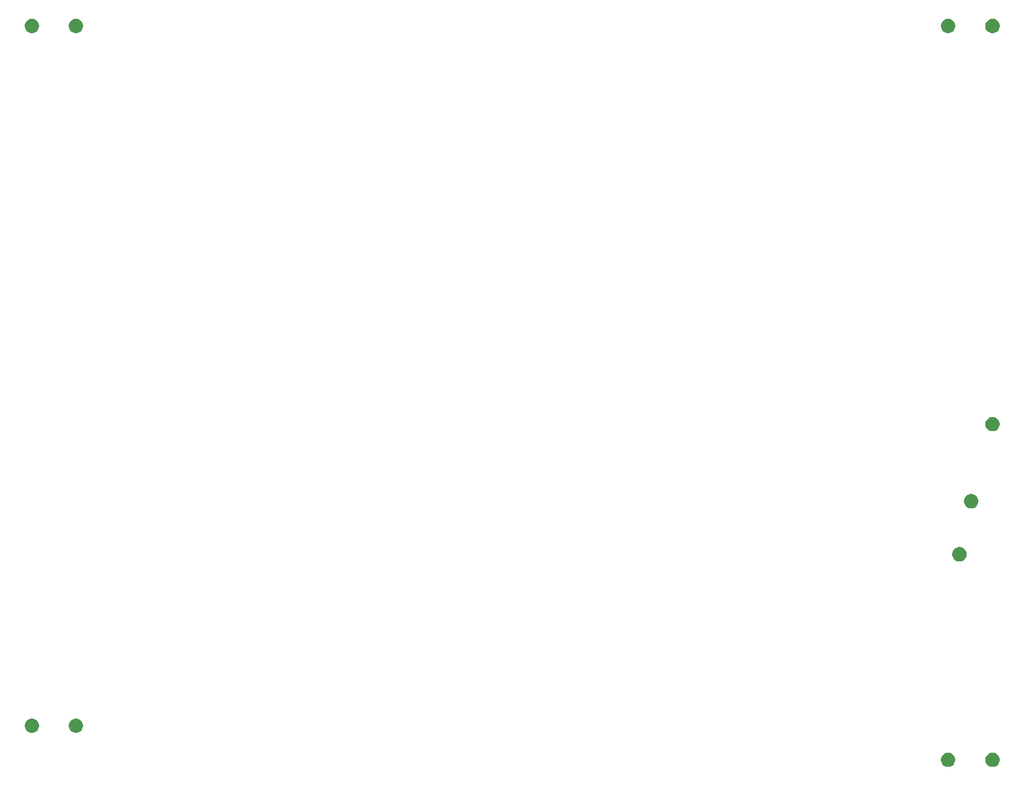
<source format=gts>
G04 #@! TF.GenerationSoftware,KiCad,Pcbnew,(5.1.5-0-10_14)*
G04 #@! TF.CreationDate,2020-04-19T15:43:16+09:00*
G04 #@! TF.ProjectId,colice_left_topFrame,636f6c69-6365-45f6-9c65-66745f746f70,rev?*
G04 #@! TF.SameCoordinates,Original*
G04 #@! TF.FileFunction,Soldermask,Top*
G04 #@! TF.FilePolarity,Negative*
%FSLAX46Y46*%
G04 Gerber Fmt 4.6, Leading zero omitted, Abs format (unit mm)*
G04 Created by KiCad (PCBNEW (5.1.5-0-10_14)) date 2020-04-19 15:43:16*
%MOMM*%
%LPD*%
G04 APERTURE LIST*
%ADD10C,0.100000*%
G04 APERTURE END LIST*
D10*
G36*
X179652441Y-143138471D02*
G01*
X179857359Y-143223351D01*
X179857361Y-143223352D01*
X180041783Y-143346579D01*
X180198621Y-143503417D01*
X180198622Y-143503419D01*
X180321849Y-143687841D01*
X180406729Y-143892759D01*
X180450000Y-144110297D01*
X180450000Y-144332103D01*
X180406729Y-144549641D01*
X180321849Y-144754559D01*
X180321848Y-144754561D01*
X180198621Y-144938983D01*
X180041783Y-145095821D01*
X179857361Y-145219048D01*
X179857360Y-145219049D01*
X179857359Y-145219049D01*
X179652441Y-145303929D01*
X179434903Y-145347200D01*
X179213097Y-145347200D01*
X178995559Y-145303929D01*
X178790641Y-145219049D01*
X178790640Y-145219049D01*
X178790639Y-145219048D01*
X178606217Y-145095821D01*
X178449379Y-144938983D01*
X178326152Y-144754561D01*
X178326151Y-144754559D01*
X178241271Y-144549641D01*
X178198000Y-144332103D01*
X178198000Y-144110297D01*
X178241271Y-143892759D01*
X178326151Y-143687841D01*
X178449378Y-143503419D01*
X178449379Y-143503417D01*
X178606217Y-143346579D01*
X178790639Y-143223352D01*
X178790641Y-143223351D01*
X178995559Y-143138471D01*
X179213097Y-143095200D01*
X179434903Y-143095200D01*
X179652441Y-143138471D01*
G37*
G36*
X172654741Y-143138471D02*
G01*
X172859659Y-143223351D01*
X172859661Y-143223352D01*
X173044083Y-143346579D01*
X173200921Y-143503417D01*
X173200922Y-143503419D01*
X173324149Y-143687841D01*
X173409029Y-143892759D01*
X173452300Y-144110297D01*
X173452300Y-144332103D01*
X173409029Y-144549641D01*
X173324149Y-144754559D01*
X173324148Y-144754561D01*
X173200921Y-144938983D01*
X173044083Y-145095821D01*
X172859661Y-145219048D01*
X172859660Y-145219049D01*
X172859659Y-145219049D01*
X172654741Y-145303929D01*
X172437203Y-145347200D01*
X172215397Y-145347200D01*
X171997859Y-145303929D01*
X171792941Y-145219049D01*
X171792940Y-145219049D01*
X171792939Y-145219048D01*
X171608517Y-145095821D01*
X171451679Y-144938983D01*
X171328452Y-144754561D01*
X171328451Y-144754559D01*
X171243571Y-144549641D01*
X171200300Y-144332103D01*
X171200300Y-144110297D01*
X171243571Y-143892759D01*
X171328451Y-143687841D01*
X171451678Y-143503419D01*
X171451679Y-143503417D01*
X171608517Y-143346579D01*
X171792939Y-143223352D01*
X171792941Y-143223351D01*
X171997859Y-143138471D01*
X172215397Y-143095200D01*
X172437203Y-143095200D01*
X172654741Y-143138471D01*
G37*
G36*
X34974041Y-137753671D02*
G01*
X35178959Y-137838551D01*
X35178961Y-137838552D01*
X35363383Y-137961779D01*
X35520221Y-138118617D01*
X35520222Y-138118619D01*
X35643449Y-138303041D01*
X35728329Y-138507959D01*
X35771600Y-138725497D01*
X35771600Y-138947303D01*
X35728329Y-139164841D01*
X35643449Y-139369759D01*
X35643448Y-139369761D01*
X35520221Y-139554183D01*
X35363383Y-139711021D01*
X35178961Y-139834248D01*
X35178960Y-139834249D01*
X35178959Y-139834249D01*
X34974041Y-139919129D01*
X34756503Y-139962400D01*
X34534697Y-139962400D01*
X34317159Y-139919129D01*
X34112241Y-139834249D01*
X34112240Y-139834249D01*
X34112239Y-139834248D01*
X33927817Y-139711021D01*
X33770979Y-139554183D01*
X33647752Y-139369761D01*
X33647751Y-139369759D01*
X33562871Y-139164841D01*
X33519600Y-138947303D01*
X33519600Y-138725497D01*
X33562871Y-138507959D01*
X33647751Y-138303041D01*
X33770978Y-138118619D01*
X33770979Y-138118617D01*
X33927817Y-137961779D01*
X34112239Y-137838552D01*
X34112241Y-137838551D01*
X34317159Y-137753671D01*
X34534697Y-137710400D01*
X34756503Y-137710400D01*
X34974041Y-137753671D01*
G37*
G36*
X28027141Y-137753671D02*
G01*
X28232059Y-137838551D01*
X28232061Y-137838552D01*
X28416483Y-137961779D01*
X28573321Y-138118617D01*
X28573322Y-138118619D01*
X28696549Y-138303041D01*
X28781429Y-138507959D01*
X28824700Y-138725497D01*
X28824700Y-138947303D01*
X28781429Y-139164841D01*
X28696549Y-139369759D01*
X28696548Y-139369761D01*
X28573321Y-139554183D01*
X28416483Y-139711021D01*
X28232061Y-139834248D01*
X28232060Y-139834249D01*
X28232059Y-139834249D01*
X28027141Y-139919129D01*
X27809603Y-139962400D01*
X27587797Y-139962400D01*
X27370259Y-139919129D01*
X27165341Y-139834249D01*
X27165340Y-139834249D01*
X27165339Y-139834248D01*
X26980917Y-139711021D01*
X26824079Y-139554183D01*
X26700852Y-139369761D01*
X26700851Y-139369759D01*
X26615971Y-139164841D01*
X26572700Y-138947303D01*
X26572700Y-138725497D01*
X26615971Y-138507959D01*
X26700851Y-138303041D01*
X26824078Y-138118619D01*
X26824079Y-138118617D01*
X26980917Y-137961779D01*
X27165339Y-137838552D01*
X27165341Y-137838551D01*
X27370259Y-137753671D01*
X27587797Y-137710400D01*
X27809603Y-137710400D01*
X28027141Y-137753671D01*
G37*
G36*
X174445441Y-110677271D02*
G01*
X174650359Y-110762151D01*
X174650361Y-110762152D01*
X174834783Y-110885379D01*
X174991621Y-111042217D01*
X174991622Y-111042219D01*
X175114849Y-111226641D01*
X175199729Y-111431559D01*
X175243000Y-111649097D01*
X175243000Y-111870903D01*
X175199729Y-112088441D01*
X175114849Y-112293359D01*
X175114848Y-112293361D01*
X174991621Y-112477783D01*
X174834783Y-112634621D01*
X174650361Y-112757848D01*
X174650360Y-112757849D01*
X174650359Y-112757849D01*
X174445441Y-112842729D01*
X174227903Y-112886000D01*
X174006097Y-112886000D01*
X173788559Y-112842729D01*
X173583641Y-112757849D01*
X173583640Y-112757849D01*
X173583639Y-112757848D01*
X173399217Y-112634621D01*
X173242379Y-112477783D01*
X173119152Y-112293361D01*
X173119151Y-112293359D01*
X173034271Y-112088441D01*
X172991000Y-111870903D01*
X172991000Y-111649097D01*
X173034271Y-111431559D01*
X173119151Y-111226641D01*
X173242378Y-111042219D01*
X173242379Y-111042217D01*
X173399217Y-110885379D01*
X173583639Y-110762152D01*
X173583641Y-110762151D01*
X173788559Y-110677271D01*
X174006097Y-110634000D01*
X174227903Y-110634000D01*
X174445441Y-110677271D01*
G37*
G36*
X176286941Y-102295271D02*
G01*
X176491859Y-102380151D01*
X176491861Y-102380152D01*
X176676283Y-102503379D01*
X176833121Y-102660217D01*
X176833122Y-102660219D01*
X176956349Y-102844641D01*
X177041229Y-103049559D01*
X177084500Y-103267097D01*
X177084500Y-103488903D01*
X177041229Y-103706441D01*
X176956349Y-103911359D01*
X176956348Y-103911361D01*
X176833121Y-104095783D01*
X176676283Y-104252621D01*
X176491861Y-104375848D01*
X176491860Y-104375849D01*
X176491859Y-104375849D01*
X176286941Y-104460729D01*
X176069403Y-104504000D01*
X175847597Y-104504000D01*
X175630059Y-104460729D01*
X175425141Y-104375849D01*
X175425140Y-104375849D01*
X175425139Y-104375848D01*
X175240717Y-104252621D01*
X175083879Y-104095783D01*
X174960652Y-103911361D01*
X174960651Y-103911359D01*
X174875771Y-103706441D01*
X174832500Y-103488903D01*
X174832500Y-103267097D01*
X174875771Y-103049559D01*
X174960651Y-102844641D01*
X175083878Y-102660219D01*
X175083879Y-102660217D01*
X175240717Y-102503379D01*
X175425139Y-102380152D01*
X175425141Y-102380151D01*
X175630059Y-102295271D01*
X175847597Y-102252000D01*
X176069403Y-102252000D01*
X176286941Y-102295271D01*
G37*
G36*
X179652441Y-90128671D02*
G01*
X179857359Y-90213551D01*
X179857361Y-90213552D01*
X180041783Y-90336779D01*
X180198621Y-90493617D01*
X180198622Y-90493619D01*
X180321849Y-90678041D01*
X180406729Y-90882959D01*
X180450000Y-91100497D01*
X180450000Y-91322303D01*
X180406729Y-91539841D01*
X180321849Y-91744759D01*
X180321848Y-91744761D01*
X180198621Y-91929183D01*
X180041783Y-92086021D01*
X179857361Y-92209248D01*
X179857360Y-92209249D01*
X179857359Y-92209249D01*
X179652441Y-92294129D01*
X179434903Y-92337400D01*
X179213097Y-92337400D01*
X178995559Y-92294129D01*
X178790641Y-92209249D01*
X178790640Y-92209249D01*
X178790639Y-92209248D01*
X178606217Y-92086021D01*
X178449379Y-91929183D01*
X178326152Y-91744761D01*
X178326151Y-91744759D01*
X178241271Y-91539841D01*
X178198000Y-91322303D01*
X178198000Y-91100497D01*
X178241271Y-90882959D01*
X178326151Y-90678041D01*
X178449378Y-90493619D01*
X178449379Y-90493617D01*
X178606217Y-90336779D01*
X178790639Y-90213552D01*
X178790641Y-90213551D01*
X178995559Y-90128671D01*
X179213097Y-90085400D01*
X179434903Y-90085400D01*
X179652441Y-90128671D01*
G37*
G36*
X179652441Y-27238271D02*
G01*
X179857359Y-27323151D01*
X179857361Y-27323152D01*
X180041783Y-27446379D01*
X180198621Y-27603217D01*
X180198622Y-27603219D01*
X180321849Y-27787641D01*
X180406729Y-27992559D01*
X180450000Y-28210097D01*
X180450000Y-28431903D01*
X180406729Y-28649441D01*
X180321849Y-28854359D01*
X180321848Y-28854361D01*
X180198621Y-29038783D01*
X180041783Y-29195621D01*
X179857361Y-29318848D01*
X179857360Y-29318849D01*
X179857359Y-29318849D01*
X179652441Y-29403729D01*
X179434903Y-29447000D01*
X179213097Y-29447000D01*
X178995559Y-29403729D01*
X178790641Y-29318849D01*
X178790640Y-29318849D01*
X178790639Y-29318848D01*
X178606217Y-29195621D01*
X178449379Y-29038783D01*
X178326152Y-28854361D01*
X178326151Y-28854359D01*
X178241271Y-28649441D01*
X178198000Y-28431903D01*
X178198000Y-28210097D01*
X178241271Y-27992559D01*
X178326151Y-27787641D01*
X178449378Y-27603219D01*
X178449379Y-27603217D01*
X178606217Y-27446379D01*
X178790639Y-27323152D01*
X178790641Y-27323151D01*
X178995559Y-27238271D01*
X179213097Y-27195000D01*
X179434903Y-27195000D01*
X179652441Y-27238271D01*
G37*
G36*
X172654741Y-27238271D02*
G01*
X172859659Y-27323151D01*
X172859661Y-27323152D01*
X173044083Y-27446379D01*
X173200921Y-27603217D01*
X173200922Y-27603219D01*
X173324149Y-27787641D01*
X173409029Y-27992559D01*
X173452300Y-28210097D01*
X173452300Y-28431903D01*
X173409029Y-28649441D01*
X173324149Y-28854359D01*
X173324148Y-28854361D01*
X173200921Y-29038783D01*
X173044083Y-29195621D01*
X172859661Y-29318848D01*
X172859660Y-29318849D01*
X172859659Y-29318849D01*
X172654741Y-29403729D01*
X172437203Y-29447000D01*
X172215397Y-29447000D01*
X171997859Y-29403729D01*
X171792941Y-29318849D01*
X171792940Y-29318849D01*
X171792939Y-29318848D01*
X171608517Y-29195621D01*
X171451679Y-29038783D01*
X171328452Y-28854361D01*
X171328451Y-28854359D01*
X171243571Y-28649441D01*
X171200300Y-28431903D01*
X171200300Y-28210097D01*
X171243571Y-27992559D01*
X171328451Y-27787641D01*
X171451678Y-27603219D01*
X171451679Y-27603217D01*
X171608517Y-27446379D01*
X171792939Y-27323152D01*
X171792941Y-27323151D01*
X171997859Y-27238271D01*
X172215397Y-27195000D01*
X172437203Y-27195000D01*
X172654741Y-27238271D01*
G37*
G36*
X34986741Y-27238271D02*
G01*
X35191659Y-27323151D01*
X35191661Y-27323152D01*
X35376083Y-27446379D01*
X35532921Y-27603217D01*
X35532922Y-27603219D01*
X35656149Y-27787641D01*
X35741029Y-27992559D01*
X35784300Y-28210097D01*
X35784300Y-28431903D01*
X35741029Y-28649441D01*
X35656149Y-28854359D01*
X35656148Y-28854361D01*
X35532921Y-29038783D01*
X35376083Y-29195621D01*
X35191661Y-29318848D01*
X35191660Y-29318849D01*
X35191659Y-29318849D01*
X34986741Y-29403729D01*
X34769203Y-29447000D01*
X34547397Y-29447000D01*
X34329859Y-29403729D01*
X34124941Y-29318849D01*
X34124940Y-29318849D01*
X34124939Y-29318848D01*
X33940517Y-29195621D01*
X33783679Y-29038783D01*
X33660452Y-28854361D01*
X33660451Y-28854359D01*
X33575571Y-28649441D01*
X33532300Y-28431903D01*
X33532300Y-28210097D01*
X33575571Y-27992559D01*
X33660451Y-27787641D01*
X33783678Y-27603219D01*
X33783679Y-27603217D01*
X33940517Y-27446379D01*
X34124939Y-27323152D01*
X34124941Y-27323151D01*
X34329859Y-27238271D01*
X34547397Y-27195000D01*
X34769203Y-27195000D01*
X34986741Y-27238271D01*
G37*
G36*
X28027141Y-27238271D02*
G01*
X28232059Y-27323151D01*
X28232061Y-27323152D01*
X28416483Y-27446379D01*
X28573321Y-27603217D01*
X28573322Y-27603219D01*
X28696549Y-27787641D01*
X28781429Y-27992559D01*
X28824700Y-28210097D01*
X28824700Y-28431903D01*
X28781429Y-28649441D01*
X28696549Y-28854359D01*
X28696548Y-28854361D01*
X28573321Y-29038783D01*
X28416483Y-29195621D01*
X28232061Y-29318848D01*
X28232060Y-29318849D01*
X28232059Y-29318849D01*
X28027141Y-29403729D01*
X27809603Y-29447000D01*
X27587797Y-29447000D01*
X27370259Y-29403729D01*
X27165341Y-29318849D01*
X27165340Y-29318849D01*
X27165339Y-29318848D01*
X26980917Y-29195621D01*
X26824079Y-29038783D01*
X26700852Y-28854361D01*
X26700851Y-28854359D01*
X26615971Y-28649441D01*
X26572700Y-28431903D01*
X26572700Y-28210097D01*
X26615971Y-27992559D01*
X26700851Y-27787641D01*
X26824078Y-27603219D01*
X26824079Y-27603217D01*
X26980917Y-27446379D01*
X27165339Y-27323152D01*
X27165341Y-27323151D01*
X27370259Y-27238271D01*
X27587797Y-27195000D01*
X27809603Y-27195000D01*
X28027141Y-27238271D01*
G37*
M02*

</source>
